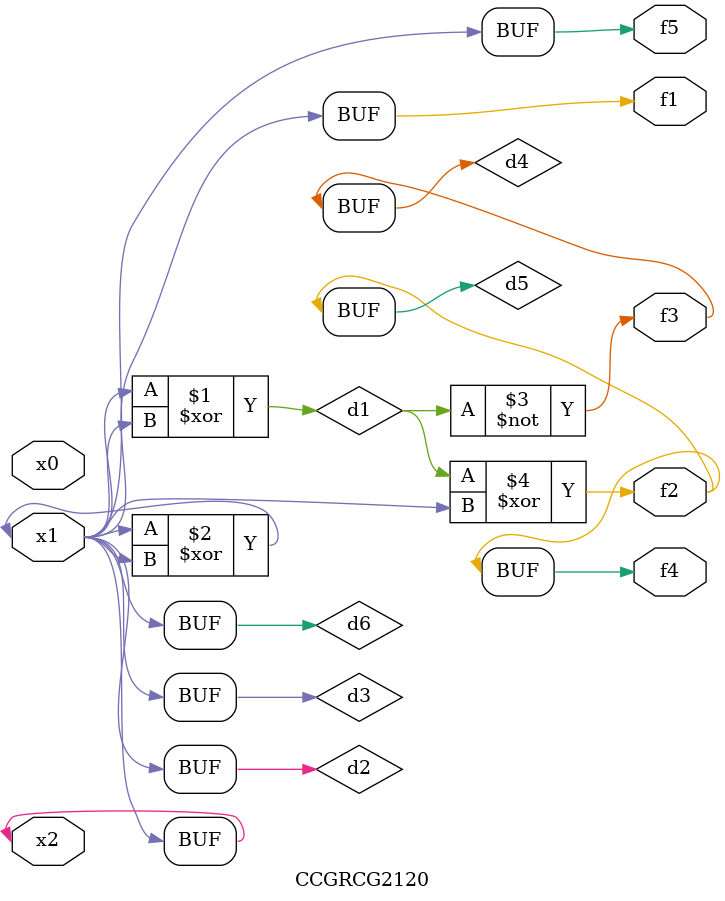
<source format=v>
module CCGRCG2120(
	input x0, x1, x2,
	output f1, f2, f3, f4, f5
);

	wire d1, d2, d3, d4, d5, d6;

	xor (d1, x1, x2);
	buf (d2, x1, x2);
	xor (d3, x1, x2);
	nor (d4, d1);
	xor (d5, d1, d2);
	buf (d6, d2, d3);
	assign f1 = d6;
	assign f2 = d5;
	assign f3 = d4;
	assign f4 = d5;
	assign f5 = d6;
endmodule

</source>
